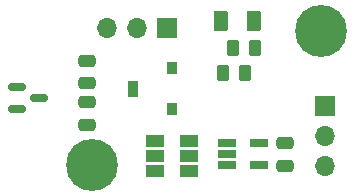
<source format=gbr>
%TF.GenerationSoftware,KiCad,Pcbnew,(6.0.8-1)-1*%
%TF.CreationDate,2022-12-20T12:21:06-06:00*%
%TF.ProjectId,HallEffectSensor,48616c6c-4566-4666-9563-7453656e736f,rev?*%
%TF.SameCoordinates,Original*%
%TF.FileFunction,Soldermask,Top*%
%TF.FilePolarity,Negative*%
%FSLAX46Y46*%
G04 Gerber Fmt 4.6, Leading zero omitted, Abs format (unit mm)*
G04 Created by KiCad (PCBNEW (6.0.8-1)-1) date 2022-12-20 12:21:06*
%MOMM*%
%LPD*%
G01*
G04 APERTURE LIST*
G04 Aperture macros list*
%AMRoundRect*
0 Rectangle with rounded corners*
0 $1 Rounding radius*
0 $2 $3 $4 $5 $6 $7 $8 $9 X,Y pos of 4 corners*
0 Add a 4 corners polygon primitive as box body*
4,1,4,$2,$3,$4,$5,$6,$7,$8,$9,$2,$3,0*
0 Add four circle primitives for the rounded corners*
1,1,$1+$1,$2,$3*
1,1,$1+$1,$4,$5*
1,1,$1+$1,$6,$7*
1,1,$1+$1,$8,$9*
0 Add four rect primitives between the rounded corners*
20,1,$1+$1,$2,$3,$4,$5,0*
20,1,$1+$1,$4,$5,$6,$7,0*
20,1,$1+$1,$6,$7,$8,$9,0*
20,1,$1+$1,$8,$9,$2,$3,0*%
G04 Aperture macros list end*
%ADD10RoundRect,0.250000X-0.475000X0.250000X-0.475000X-0.250000X0.475000X-0.250000X0.475000X0.250000X0*%
%ADD11RoundRect,0.250000X0.375000X0.625000X-0.375000X0.625000X-0.375000X-0.625000X0.375000X-0.625000X0*%
%ADD12R,1.500000X1.000000*%
%ADD13RoundRect,0.250000X-0.262500X-0.450000X0.262500X-0.450000X0.262500X0.450000X-0.262500X0.450000X0*%
%ADD14RoundRect,0.250000X0.262500X0.450000X-0.262500X0.450000X-0.262500X-0.450000X0.262500X-0.450000X0*%
%ADD15R,0.900000X1.100000*%
%ADD16R,0.900000X1.400000*%
%ADD17R,1.560000X0.650000*%
%ADD18R,1.700000X1.700000*%
%ADD19O,1.700000X1.700000*%
%ADD20RoundRect,0.250000X0.475000X-0.250000X0.475000X0.250000X-0.475000X0.250000X-0.475000X-0.250000X0*%
%ADD21C,4.400000*%
%ADD22RoundRect,0.150000X-0.587500X-0.150000X0.587500X-0.150000X0.587500X0.150000X-0.587500X0.150000X0*%
G04 APERTURE END LIST*
D10*
%TO.C,C3*%
X154800000Y-98250000D03*
X154800000Y-100150000D03*
%TD*%
D11*
%TO.C,D1*%
X152187500Y-87900000D03*
X149387500Y-87900000D03*
%TD*%
D12*
%TO.C,JP1*%
X146742500Y-98000000D03*
X146742500Y-99300000D03*
X146742500Y-100600000D03*
%TD*%
D13*
%TO.C,R2*%
X149587500Y-92300000D03*
X151412500Y-92300000D03*
%TD*%
D14*
%TO.C,R1*%
X152287500Y-90200000D03*
X150462500Y-90200000D03*
%TD*%
D10*
%TO.C,C1*%
X138100000Y-91250000D03*
X138100000Y-93150000D03*
%TD*%
D15*
%TO.C,RV1*%
X145300000Y-91850000D03*
D16*
X142000000Y-93600000D03*
D15*
X145300000Y-95350000D03*
%TD*%
D17*
%TO.C,U2*%
X149950000Y-98200000D03*
X149950000Y-99150000D03*
X149950000Y-100100000D03*
X152650000Y-100100000D03*
X152650000Y-98200000D03*
%TD*%
D18*
%TO.C,J1*%
X158200000Y-95075000D03*
D19*
X158200000Y-97615000D03*
X158200000Y-100155000D03*
%TD*%
D20*
%TO.C,C2*%
X138100000Y-96650000D03*
X138100000Y-94750000D03*
%TD*%
D21*
%TO.C,H1*%
X157900000Y-88700000D03*
%TD*%
D22*
%TO.C,U1*%
X132162500Y-93450000D03*
X132162500Y-95350000D03*
X134037500Y-94400000D03*
%TD*%
D12*
%TO.C,JP2*%
X143842500Y-100600000D03*
X143842500Y-99300000D03*
X143842500Y-98000000D03*
%TD*%
D18*
%TO.C,J2*%
X144825000Y-88500000D03*
D19*
X142285000Y-88500000D03*
X139745000Y-88500000D03*
%TD*%
D21*
%TO.C,H2*%
X138500000Y-100100000D03*
%TD*%
M02*

</source>
